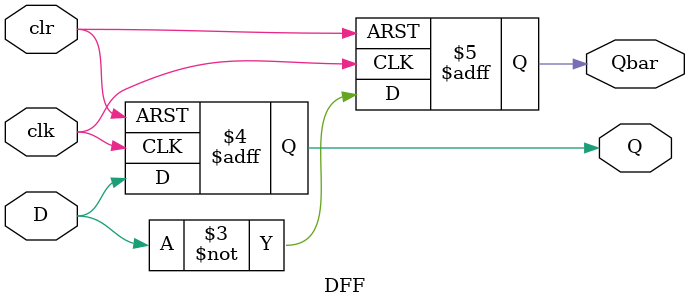
<source format=v>
module DFF (
	input clk,    // Enable
	input clr,	 // Asynchronous clear
	input D,	 // Data input
	output Q,
	output Qbar
);

wire X, Y;
reg Q;
reg Qbar;

always @(posedge clk or negedge clr) 
begin 
	if(~clr) 
	begin
		Q <= 0;
		Qbar <= 1;
	end 
	else 
	begin
		Q <= D;
		Qbar <= ~D;
	end
end

endmodule
</source>
